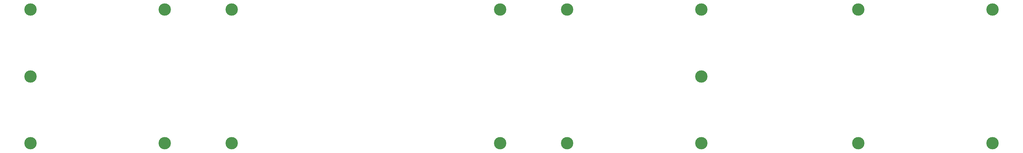
<source format=gbr>
G04 #@! TF.GenerationSoftware,KiCad,Pcbnew,(5.1.2-1)-1*
G04 #@! TF.CreationDate,2020-05-24T08:11:54-05:00*
G04 #@! TF.ProjectId,therick48.16_bottom_plate,74686572-6963-46b3-9438-2e31365f626f,rev?*
G04 #@! TF.SameCoordinates,Original*
G04 #@! TF.FileFunction,Copper,L1,Top*
G04 #@! TF.FilePolarity,Positive*
%FSLAX46Y46*%
G04 Gerber Fmt 4.6, Leading zero omitted, Abs format (unit mm)*
G04 Created by KiCad (PCBNEW (5.1.2-1)-1) date 2020-05-24 08:11:54*
%MOMM*%
%LPD*%
G04 APERTURE LIST*
%ADD10C,3.500000*%
G04 APERTURE END LIST*
D10*
X255360000Y-91960000D03*
X255360000Y-53960000D03*
X198360000Y-91960000D03*
X198360000Y-53960000D03*
X122360000Y-91960000D03*
X122360000Y-53960000D03*
X65360000Y-91960000D03*
X65360000Y-53960000D03*
X337820000Y-53960000D03*
X337820000Y-91960000D03*
X299820000Y-91960000D03*
X299820000Y-53960000D03*
X255360000Y-72960000D03*
X217360000Y-91960000D03*
X217360000Y-53960000D03*
X103360000Y-91960000D03*
X103360000Y-53975000D03*
X65360000Y-72960000D03*
M02*

</source>
